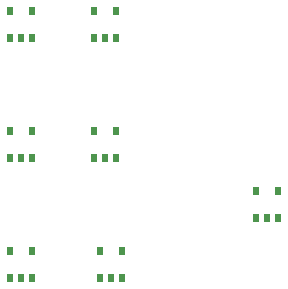
<source format=gbr>
G04 #@! TF.GenerationSoftware,KiCad,Pcbnew,5.0.2-bee76a0~70~ubuntu18.04.1*
G04 #@! TF.CreationDate,2019-03-10T17:41:35+00:00*
G04 #@! TF.ProjectId,Lcr_addon,4c63725f-6164-4646-9f6e-2e6b69636164,rev?*
G04 #@! TF.SameCoordinates,Original*
G04 #@! TF.FileFunction,Paste,Top*
G04 #@! TF.FilePolarity,Positive*
%FSLAX46Y46*%
G04 Gerber Fmt 4.6, Leading zero omitted, Abs format (unit mm)*
G04 Created by KiCad (PCBNEW 5.0.2-bee76a0~70~ubuntu18.04.1) date Sun 10 Mar 2019 17:41:35 GMT*
%MOMM*%
%LPD*%
G01*
G04 APERTURE LIST*
%ADD10R,0.510000X0.700000*%
G04 APERTURE END LIST*
D10*
G04 #@! TO.C,U6*
X60518000Y-72788000D03*
X61468000Y-72788000D03*
X62418000Y-72788000D03*
X62418000Y-70468000D03*
X60518000Y-70468000D03*
G04 #@! TD*
G04 #@! TO.C,U1*
X53406000Y-82948000D03*
X54356000Y-82948000D03*
X55306000Y-82948000D03*
X55306000Y-80628000D03*
X53406000Y-80628000D03*
G04 #@! TD*
G04 #@! TO.C,U2*
X53406000Y-70468000D03*
X55306000Y-70468000D03*
X55306000Y-72788000D03*
X54356000Y-72788000D03*
X53406000Y-72788000D03*
G04 #@! TD*
G04 #@! TO.C,U3*
X53406000Y-62628000D03*
X54356000Y-62628000D03*
X55306000Y-62628000D03*
X55306000Y-60308000D03*
X53406000Y-60308000D03*
G04 #@! TD*
G04 #@! TO.C,U5*
X61026000Y-80628000D03*
X62926000Y-80628000D03*
X62926000Y-82948000D03*
X61976000Y-82948000D03*
X61026000Y-82948000D03*
G04 #@! TD*
G04 #@! TO.C,U7*
X60518000Y-60308000D03*
X62418000Y-60308000D03*
X62418000Y-62628000D03*
X61468000Y-62628000D03*
X60518000Y-62628000D03*
G04 #@! TD*
G04 #@! TO.C,U8*
X74234000Y-77868000D03*
X75184000Y-77868000D03*
X76134000Y-77868000D03*
X76134000Y-75548000D03*
X74234000Y-75548000D03*
G04 #@! TD*
M02*

</source>
